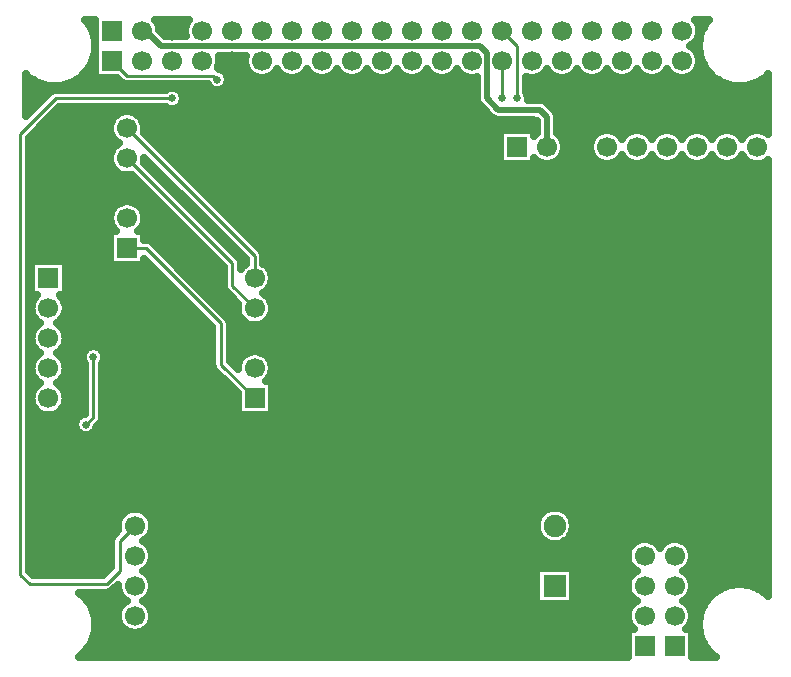
<source format=gbl>
G04 DipTrace 3.0.0.1*
G04 pwm-controller.GBL*
%MOIN*%
G04 #@! TF.FileFunction,Copper,L2,Bot*
G04 #@! TF.Part,Single*
G04 #@! TA.AperFunction,Conductor*
%ADD14C,0.02*%
G04 #@! TA.AperFunction,CopperBalancing*
%ADD15C,0.025*%
G04 #@! TA.AperFunction,Conductor*
%ADD16C,0.01*%
G04 #@! TA.AperFunction,ComponentPad*
%ADD19R,0.066929X0.066929*%
%ADD20C,0.066929*%
%ADD27R,0.074803X0.074803*%
%ADD28C,0.074803*%
%FSLAX26Y26*%
G04*
G70*
G90*
G75*
G01*
G04 Bottom*
%LPD*%
X823228Y2510630D2*
D14*
X835728D1*
X885728Y2460630D1*
X1948228D1*
X1973228Y2435630D1*
Y2285630D1*
X2010728Y2248130D1*
X2148228D1*
X2173228Y2223130D1*
Y2123130D1*
X799228Y860630D2*
D16*
Y847129D1*
X791978Y854379D1*
X748228Y810630D1*
Y710629D1*
X704479Y666879D1*
X448228D1*
X416978Y698130D1*
Y2166879D1*
X535728Y2285630D1*
X923228D1*
X810728Y1523130D2*
X823228D1*
X2010728Y973130D2*
D14*
X2035728D1*
X1860728Y748130D2*
X1835728D1*
X1673228D2*
D16*
X1660728D1*
X1823228Y973130D2*
Y948130D1*
X448228Y760630D2*
X479478D1*
X448228Y885630D2*
Y923130D1*
X560728Y960630D2*
Y941881D1*
Y723130D2*
Y710630D1*
X566978Y704381D1*
X1060728Y1160630D2*
X1085728D1*
X835728Y1110630D2*
X829478Y1104381D1*
X835728Y1098130D1*
X985924Y1535630D2*
X1010728D1*
X1935730Y2060630D2*
X1929479Y2054379D1*
X773228Y2185630D2*
X1198228Y1760630D1*
Y1685630D1*
X2073228Y2285630D2*
Y2460630D1*
X2023228Y2510630D1*
X773228Y2085630D2*
X1123228Y1735630D1*
Y1660630D1*
X1198228Y1585630D1*
X2023228Y2285630D2*
Y2410630D1*
X635728Y1198130D2*
X660728Y1223130D1*
Y1423130D1*
X773228Y1785630D2*
X835728D1*
X1085728Y1535630D1*
Y1398130D1*
X1198228Y1285630D1*
X723228Y2410630D2*
X773228Y2360630D1*
X1060728D1*
X1073228Y2348130D1*
D15*
X923228Y2285630D3*
X810728Y1523130D3*
X2010728Y973130D3*
X1860728Y748130D3*
X1673228D3*
X1823228Y973130D3*
X448228Y760630D3*
Y923130D3*
X560728Y960630D3*
Y723130D3*
X1060728Y1160630D3*
X835728Y1110630D3*
X985924Y1535630D3*
X1935730Y2060630D3*
X2073228Y2285630D3*
X2023228D3*
X635728Y1198130D3*
X660728Y1423130D3*
X1073228Y2348130D3*
X653243Y2523261D2*
X663745D1*
X881270D2*
X965186D1*
X2681270D2*
X2693259D1*
X897823Y2498392D2*
X965089D1*
X2668966Y2473524D2*
X2678375D1*
X2668135Y2448655D2*
X2678323D1*
X1081173Y2423786D2*
X1165283D1*
X653682Y2398917D2*
X663797D1*
X1081466D2*
X1164991D1*
X2681466D2*
X2692756D1*
X637178Y2374049D2*
X663770D1*
X1100703D2*
X1177051D1*
X1269406D2*
X1277089D1*
X1369406D2*
X1377089D1*
X1469406D2*
X1477089D1*
X1569406D2*
X1577089D1*
X1669406D2*
X1677089D1*
X1769406D2*
X1777089D1*
X1869406D2*
X1877089D1*
X2169406D2*
X2177089D1*
X2269406D2*
X2277089D1*
X2369406D2*
X2377089D1*
X2469406D2*
X2477089D1*
X2569406D2*
X2577089D1*
X2669406D2*
X2709278D1*
X438253Y2349180D2*
X453399D1*
X609591D2*
X741895D1*
X1111690D2*
X1937207D1*
X2104219D2*
X2736866D1*
X2893087D2*
X2908189D1*
X438253Y2324311D2*
X1043751D1*
X1102706D2*
X1937207D1*
X2104219D2*
X2908203D1*
X438253Y2299442D2*
X506739D1*
X958955D2*
X1937207D1*
X2108955D2*
X2908203D1*
X438253Y2274573D2*
X481886D1*
X959982D2*
X1939112D1*
X2171310D2*
X2908203D1*
X438253Y2249705D2*
X457009D1*
X542598D2*
X918409D1*
X928070D2*
X1959278D1*
X2196554D2*
X2908203D1*
X517745Y2224836D2*
X729395D1*
X817062D2*
X1984131D1*
X2209199D2*
X2908203D1*
X492891Y2199967D2*
X715577D1*
X830879D2*
X2137207D1*
X2209249D2*
X2908203D1*
X467990Y2175098D2*
X714747D1*
X831710D2*
X2013770D1*
X2209249D2*
X2347413D1*
X2399043D2*
X2447413D1*
X2499043D2*
X2547413D1*
X2599043D2*
X2647413D1*
X2699043D2*
X2747413D1*
X2799043D2*
X2847413D1*
X2899043D2*
X2908201D1*
X447970Y2150230D2*
X726075D1*
X851437D2*
X2013770D1*
X2225850D2*
X2320606D1*
X447970Y2125361D2*
X729883D1*
X876290D2*
X2013770D1*
X2232638D2*
X2313819D1*
X447970Y2100492D2*
X715723D1*
X901192D2*
X2013770D1*
X2227999D2*
X2318458D1*
X447970Y2075623D2*
X714650D1*
X831807D2*
X840444D1*
X926046D2*
X2013770D1*
X2207150D2*
X2339307D1*
X2407150D2*
X2439307D1*
X2507150D2*
X2539307D1*
X2607150D2*
X2639307D1*
X2707150D2*
X2739307D1*
X2807150D2*
X2839307D1*
X447970Y2050755D2*
X725685D1*
X850899D2*
X865345D1*
X950899D2*
X2908203D1*
X447970Y2025886D2*
X790186D1*
X875802D2*
X890130D1*
X975802D2*
X2908203D1*
X447970Y2001017D2*
X815039D1*
X900655D2*
X915039D1*
X1000655D2*
X2908203D1*
X447970Y1976148D2*
X839894D1*
X925509D2*
X939894D1*
X1025509D2*
X2908203D1*
X447970Y1951280D2*
X864795D1*
X950362D2*
X964795D1*
X1050362D2*
X2908203D1*
X447970Y1926411D2*
X730958D1*
X815499D2*
X889650D1*
X975265D2*
X989650D1*
X1075265D2*
X2908203D1*
X447970Y1901542D2*
X716017D1*
X830440D2*
X914503D1*
X1000118D2*
X1014503D1*
X1100118D2*
X2908203D1*
X447970Y1876673D2*
X714454D1*
X832003D2*
X939356D1*
X1024971D2*
X1039356D1*
X1124971D2*
X2908203D1*
X447970Y1851804D2*
X724903D1*
X821554D2*
X964259D1*
X1049874D2*
X1064259D1*
X1149874D2*
X2908203D1*
X447970Y1826936D2*
X713770D1*
X832686D2*
X989112D1*
X1074727D2*
X1089112D1*
X1174727D2*
X2908203D1*
X447970Y1802067D2*
X713770D1*
X862081D2*
X1013966D1*
X1099581D2*
X1113966D1*
X1199581D2*
X2908203D1*
X447970Y1777198D2*
X713770D1*
X886983D2*
X1038867D1*
X1124483D2*
X1138867D1*
X1223898D2*
X2908203D1*
X447970Y1752329D2*
X713770D1*
X911837D2*
X1063722D1*
X1148799D2*
X1163722D1*
X1229219D2*
X2908203D1*
X570186Y1727461D2*
X851075D1*
X936690D2*
X1088575D1*
X1239375D2*
X2908203D1*
X570186Y1702592D2*
X875978D1*
X961593D2*
X1092238D1*
X1255098D2*
X2908203D1*
X570186Y1677723D2*
X900831D1*
X986446D2*
X1092238D1*
X1257150D2*
X2908203D1*
X570186Y1652854D2*
X925685D1*
X1011299D2*
X1093311D1*
X1247335D2*
X2908203D1*
X447970Y1627986D2*
X470118D1*
X551339D2*
X950587D1*
X1036202D2*
X1113087D1*
X1238839D2*
X2908203D1*
X567451Y1603117D2*
X975440D1*
X1061055D2*
X1137940D1*
X1254951D2*
X2908203D1*
X569698Y1578248D2*
X1000294D1*
X1085909D2*
X1139259D1*
X1257198D2*
X2908203D1*
X447970Y1553379D2*
X461280D1*
X560177D2*
X1025196D1*
X1110518D2*
X1148780D1*
X1247677D2*
X2908203D1*
X447970Y1528511D2*
X470753D1*
X550703D2*
X1050050D1*
X1116719D2*
X2908203D1*
X567257Y1503642D2*
X1054738D1*
X1116719D2*
X2908203D1*
X569795Y1478773D2*
X1054738D1*
X1116719D2*
X2908203D1*
X447970Y1453904D2*
X460938D1*
X560518D2*
X639551D1*
X681906D2*
X1054738D1*
X1116719D2*
X2908203D1*
X447970Y1429035D2*
X471339D1*
X550118D2*
X622706D1*
X698751D2*
X1054738D1*
X1116719D2*
X1158839D1*
X1237618D2*
X2908203D1*
X567110Y1404167D2*
X627638D1*
X693819D2*
X1054738D1*
X1122482D2*
X1141846D1*
X1254610D2*
X2908203D1*
X569845Y1379298D2*
X629738D1*
X691719D2*
X1061818D1*
X1257345D2*
X2908203D1*
X447970Y1354429D2*
X460547D1*
X560909D2*
X629738D1*
X691719D2*
X1086622D1*
X1248409D2*
X2908203D1*
X447970Y1329560D2*
X471974D1*
X549483D2*
X629738D1*
X691719D2*
X1111475D1*
X1257686D2*
X2908203D1*
X566915Y1304692D2*
X629738D1*
X691719D2*
X1136378D1*
X1257686D2*
X2908203D1*
X569894Y1279823D2*
X629738D1*
X691719D2*
X1138770D1*
X1257686D2*
X2908203D1*
X447970Y1254954D2*
X460206D1*
X561251D2*
X629738D1*
X691719D2*
X1138770D1*
X1257686D2*
X2908203D1*
X447970Y1230085D2*
X495606D1*
X525850D2*
X616651D1*
X691719D2*
X1138770D1*
X1257686D2*
X2908203D1*
X447970Y1205217D2*
X597950D1*
X685371D2*
X2908203D1*
X447970Y1180348D2*
X601906D1*
X669551D2*
X2908203D1*
X447970Y1155479D2*
X2908203D1*
X447970Y1130610D2*
X2908203D1*
X447970Y1105741D2*
X2908203D1*
X447970Y1080873D2*
X2908203D1*
X447970Y1056004D2*
X2908203D1*
X447970Y1031135D2*
X2908203D1*
X447970Y1006266D2*
X2908203D1*
X447970Y981398D2*
X2908203D1*
X447970Y956529D2*
X2908203D1*
X447970Y931660D2*
X2908203D1*
X447970Y906791D2*
X763331D1*
X835127D2*
X2156007D1*
X2240450D2*
X2908203D1*
X447970Y881923D2*
X743898D1*
X854562D2*
X2138673D1*
X2257783D2*
X2908203D1*
X447970Y857054D2*
X739894D1*
X858566D2*
X2134913D1*
X2261543D2*
X2908203D1*
X447970Y832185D2*
X727003D1*
X851094D2*
X2141895D1*
X2254562D2*
X2908203D1*
X447970Y807316D2*
X717238D1*
X834346D2*
X2166310D1*
X2230147D2*
X2463087D1*
X2533370D2*
X2563087D1*
X2633370D2*
X2908203D1*
X447970Y782448D2*
X717238D1*
X854366D2*
X2443115D1*
X2653341D2*
X2908203D1*
X447970Y757579D2*
X717238D1*
X858614D2*
X2438867D1*
X2657589D2*
X2908203D1*
X447970Y732710D2*
X717238D1*
X851387D2*
X2446094D1*
X2650362D2*
X2908203D1*
X450070Y707841D2*
X702638D1*
X833614D2*
X2134815D1*
X2261642D2*
X2463867D1*
X2632589D2*
X2908203D1*
X854122Y682972D2*
X2134815D1*
X2261642D2*
X2443311D1*
X2653146D2*
X2908203D1*
X858614Y658104D2*
X2134815D1*
X2261642D2*
X2438819D1*
X2657638D2*
X2766554D1*
X2863399D2*
X2908203D1*
X622238Y633235D2*
X746778D1*
X851681D2*
X2134815D1*
X2261642D2*
X2445802D1*
X2650655D2*
X2724219D1*
X644601Y608366D2*
X765626D1*
X832833D2*
X2134815D1*
X2261642D2*
X2464650D1*
X2631807D2*
X2701856D1*
X658223Y583497D2*
X744532D1*
X853878D2*
X2443555D1*
X2652902D2*
X2688234D1*
X665890Y558629D2*
X739795D1*
X858663D2*
X2438819D1*
X2657638D2*
X2680567D1*
X668673Y533760D2*
X746486D1*
X851974D2*
X2445509D1*
X2650948D2*
X2677783D1*
X666769Y508891D2*
X772902D1*
X825558D2*
X2438770D1*
X2657686D2*
X2679688D1*
X660030Y484022D2*
X2438770D1*
X2657686D2*
X2686427D1*
X647579Y459154D2*
X2438770D1*
X2657686D2*
X2698878D1*
X627218Y434285D2*
X2438770D1*
X2657686D2*
X2719239D1*
X466264Y1742594D2*
X567693D1*
Y1628665D1*
X548016D1*
X554045Y1622626D1*
X559299Y1615394D1*
X563357Y1607429D1*
X566119Y1598928D1*
X567517Y1590100D1*
Y1581160D1*
X566119Y1572332D1*
X563357Y1563831D1*
X559299Y1555866D1*
X554045Y1548634D1*
X547724Y1542314D1*
X540492Y1537059D1*
X537976Y1535651D1*
X544211Y1531715D1*
X551008Y1525909D1*
X556814Y1519113D1*
X561484Y1511491D1*
X564906Y1503234D1*
X566992Y1494541D1*
X567693Y1485630D1*
X566992Y1476719D1*
X564906Y1468026D1*
X561484Y1459769D1*
X556814Y1452147D1*
X551008Y1445350D1*
X544211Y1439545D1*
X537976Y1435651D1*
X544211Y1431715D1*
X551008Y1425909D1*
X556814Y1419113D1*
X561484Y1411491D1*
X564906Y1403234D1*
X566992Y1394541D1*
X567693Y1385630D1*
X566992Y1376719D1*
X564906Y1368026D1*
X561484Y1359769D1*
X556814Y1352147D1*
X551008Y1345350D1*
X544211Y1339545D1*
X537976Y1335651D1*
X544211Y1331715D1*
X551008Y1325909D1*
X556814Y1319113D1*
X561484Y1311491D1*
X564906Y1303234D1*
X566992Y1294541D1*
X567693Y1285630D1*
X566992Y1276719D1*
X564906Y1268026D1*
X561484Y1259769D1*
X556814Y1252147D1*
X551008Y1245350D1*
X544211Y1239545D1*
X536589Y1234874D1*
X528332Y1231453D1*
X519639Y1229366D1*
X510728Y1228665D1*
X501818Y1229366D1*
X493125Y1231453D1*
X484867Y1234874D1*
X477245Y1239545D1*
X470449Y1245350D1*
X464643Y1252147D1*
X459972Y1259769D1*
X456551Y1268026D1*
X454465Y1276719D1*
X453764Y1285630D1*
X454465Y1294541D1*
X456551Y1303234D1*
X459972Y1311491D1*
X464643Y1319113D1*
X470449Y1325909D1*
X477245Y1331715D1*
X483480Y1335609D1*
X477245Y1339545D1*
X470449Y1345350D1*
X464643Y1352147D1*
X459972Y1359769D1*
X456551Y1368026D1*
X454465Y1376719D1*
X453764Y1385630D1*
X454465Y1394541D1*
X456551Y1403234D1*
X459972Y1411491D1*
X464643Y1419113D1*
X470449Y1425909D1*
X477245Y1431715D1*
X483480Y1435609D1*
X477245Y1439545D1*
X470449Y1445350D1*
X464643Y1452147D1*
X459972Y1459769D1*
X456551Y1468026D1*
X454465Y1476719D1*
X453764Y1485630D1*
X454465Y1494541D1*
X456551Y1503234D1*
X459972Y1511491D1*
X464643Y1519113D1*
X470449Y1525909D1*
X477245Y1531715D1*
X483480Y1535609D1*
X477245Y1539545D1*
X470449Y1545350D1*
X464643Y1552147D1*
X459972Y1559769D1*
X456551Y1568026D1*
X454465Y1576719D1*
X453764Y1585630D1*
X454465Y1594541D1*
X456551Y1603234D1*
X459972Y1611491D1*
X464643Y1619113D1*
X470449Y1625909D1*
X473438Y1628673D1*
X453764Y1628665D1*
Y1742594D1*
X466264D1*
X856017Y556160D2*
X854619Y547332D1*
X851857Y538831D1*
X847799Y530866D1*
X842545Y523634D1*
X836224Y517314D1*
X828992Y512059D1*
X821028Y508001D1*
X812526Y505239D1*
X803698Y503841D1*
X794759D1*
X785930Y505239D1*
X777429Y508001D1*
X769465Y512059D1*
X762232Y517314D1*
X755912Y523634D1*
X750657Y530866D1*
X746600Y538831D1*
X743837Y547332D1*
X742440Y556160D1*
Y565100D1*
X743837Y573928D1*
X746600Y582429D1*
X750657Y590394D1*
X755912Y597626D1*
X762232Y603946D1*
X769465Y609201D1*
X771980Y610609D1*
X765745Y614545D1*
X758949Y620350D1*
X753143Y627147D1*
X748472Y634769D1*
X745051Y643026D1*
X742965Y651719D1*
X742264Y660630D1*
X742417Y664524D1*
X722988Y645207D1*
X717417Y641486D1*
X711133Y639167D1*
X704479Y638379D1*
X613415D1*
X626728Y626728D1*
X633907Y618963D1*
X640453Y610657D1*
X646328Y601865D1*
X651496Y592639D1*
X655923Y583035D1*
X659583Y573114D1*
X662453Y562936D1*
X664517Y552564D1*
X665760Y542063D1*
X666175Y531496D1*
X665760Y520929D1*
X664517Y510428D1*
X662453Y500056D1*
X659583Y489878D1*
X655923Y479957D1*
X651496Y470353D1*
X646328Y461127D1*
X640453Y452335D1*
X633907Y444029D1*
X626728Y436264D1*
X618963Y429085D1*
X611404Y423127D1*
X2441245Y423130D1*
X2441264Y517594D1*
X2460942D1*
X2454912Y523634D1*
X2449657Y530866D1*
X2445600Y538831D1*
X2442837Y547332D1*
X2441440Y556160D1*
Y565100D1*
X2442837Y573928D1*
X2445600Y582429D1*
X2449657Y590394D1*
X2454912Y597626D1*
X2461232Y603946D1*
X2468465Y609201D1*
X2470980Y610609D1*
X2464745Y614545D1*
X2457949Y620350D1*
X2452143Y627147D1*
X2447472Y634769D1*
X2444051Y643026D1*
X2441965Y651719D1*
X2441264Y660630D1*
X2441965Y669541D1*
X2444051Y678234D1*
X2447472Y686491D1*
X2452143Y694113D1*
X2457949Y700909D1*
X2464745Y706715D1*
X2470980Y710609D1*
X2464745Y714545D1*
X2457949Y720350D1*
X2452143Y727147D1*
X2447472Y734769D1*
X2444051Y743026D1*
X2441965Y751719D1*
X2441264Y760630D1*
X2441965Y769541D1*
X2444051Y778234D1*
X2447472Y786491D1*
X2452143Y794113D1*
X2457949Y800909D1*
X2464745Y806715D1*
X2472367Y811386D1*
X2480625Y814807D1*
X2489318Y816894D1*
X2498228Y817594D1*
X2507139Y816894D1*
X2515832Y814807D1*
X2524089Y811386D1*
X2531711Y806715D1*
X2538508Y800909D1*
X2544314Y794113D1*
X2548207Y787878D1*
X2552143Y794113D1*
X2557949Y800909D1*
X2564745Y806715D1*
X2572367Y811386D1*
X2580625Y814807D1*
X2589318Y816894D1*
X2598228Y817594D1*
X2607139Y816894D1*
X2615832Y814807D1*
X2624089Y811386D1*
X2631711Y806715D1*
X2638508Y800909D1*
X2644314Y794113D1*
X2648984Y786491D1*
X2652406Y778234D1*
X2654492Y769541D1*
X2655193Y760630D1*
X2654492Y751719D1*
X2652406Y743026D1*
X2648984Y734769D1*
X2644314Y727147D1*
X2638508Y720350D1*
X2631711Y714545D1*
X2625476Y710651D1*
X2631711Y706715D1*
X2638508Y700909D1*
X2644314Y694113D1*
X2648984Y686491D1*
X2652406Y678234D1*
X2654492Y669541D1*
X2655193Y660630D1*
X2654492Y651719D1*
X2652406Y643026D1*
X2648984Y634769D1*
X2644314Y627147D1*
X2638508Y620350D1*
X2631711Y614545D1*
X2625476Y610651D1*
X2631711Y606715D1*
X2638508Y600909D1*
X2644314Y594113D1*
X2648984Y586491D1*
X2652406Y578234D1*
X2654492Y569541D1*
X2655193Y560630D1*
X2654492Y551719D1*
X2652406Y543026D1*
X2648984Y534769D1*
X2644314Y527147D1*
X2638508Y520350D1*
X2635518Y517587D1*
X2655193Y517594D1*
Y423112D1*
X2734996Y423130D1*
X2727493Y429085D1*
X2719728Y436264D1*
X2712550Y444029D1*
X2706004Y452335D1*
X2700129Y461127D1*
X2694961Y470353D1*
X2690534Y479957D1*
X2686874Y489878D1*
X2684004Y500056D1*
X2681940Y510428D1*
X2680697Y520929D1*
X2680282Y531496D1*
X2680697Y542063D1*
X2681940Y552564D1*
X2684004Y562936D1*
X2686874Y573114D1*
X2690534Y583035D1*
X2694961Y592639D1*
X2700129Y601865D1*
X2706004Y610657D1*
X2712550Y618963D1*
X2719728Y626728D1*
X2727493Y633907D1*
X2735799Y640453D1*
X2744592Y646328D1*
X2753818Y651496D1*
X2763421Y655923D1*
X2773343Y659583D1*
X2783521Y662453D1*
X2793892Y664517D1*
X2804394Y665760D1*
X2814961Y666175D1*
X2825528Y665760D1*
X2836029Y664517D1*
X2846400Y662453D1*
X2856579Y659583D1*
X2866500Y655923D1*
X2876104Y651496D1*
X2885329Y646328D1*
X2894122Y640453D1*
X2902428Y633907D1*
X2910726Y626152D1*
X2910728Y2080210D1*
X2902992Y2074559D1*
X2895028Y2070501D1*
X2886526Y2067739D1*
X2877698Y2066341D1*
X2868759D1*
X2859930Y2067739D1*
X2851429Y2070501D1*
X2843465Y2074559D1*
X2836232Y2079814D1*
X2829912Y2086134D1*
X2824657Y2093366D1*
X2823249Y2095882D1*
X2819314Y2089647D1*
X2813508Y2082850D1*
X2806711Y2077045D1*
X2799089Y2072374D1*
X2790832Y2068953D1*
X2782139Y2066866D1*
X2773228Y2066165D1*
X2764318Y2066866D1*
X2755625Y2068953D1*
X2747367Y2072374D1*
X2739745Y2077045D1*
X2732949Y2082850D1*
X2727143Y2089647D1*
X2723249Y2095882D1*
X2719314Y2089647D1*
X2713508Y2082850D1*
X2706711Y2077045D1*
X2699089Y2072374D1*
X2690832Y2068953D1*
X2682139Y2066866D1*
X2673228Y2066165D1*
X2664318Y2066866D1*
X2655625Y2068953D1*
X2647367Y2072374D1*
X2639745Y2077045D1*
X2632949Y2082850D1*
X2627143Y2089647D1*
X2623249Y2095882D1*
X2619314Y2089647D1*
X2613508Y2082850D1*
X2606711Y2077045D1*
X2599089Y2072374D1*
X2590832Y2068953D1*
X2582139Y2066866D1*
X2573228Y2066165D1*
X2564318Y2066866D1*
X2555625Y2068953D1*
X2547367Y2072374D1*
X2539745Y2077045D1*
X2532949Y2082850D1*
X2527143Y2089647D1*
X2523249Y2095882D1*
X2519314Y2089647D1*
X2513508Y2082850D1*
X2506711Y2077045D1*
X2499089Y2072374D1*
X2490832Y2068953D1*
X2482139Y2066866D1*
X2473228Y2066165D1*
X2464318Y2066866D1*
X2455625Y2068953D1*
X2447367Y2072374D1*
X2439745Y2077045D1*
X2432949Y2082850D1*
X2427143Y2089647D1*
X2423249Y2095882D1*
X2419314Y2089647D1*
X2413508Y2082850D1*
X2406711Y2077045D1*
X2399089Y2072374D1*
X2390832Y2068953D1*
X2382139Y2066866D1*
X2373228Y2066165D1*
X2364318Y2066866D1*
X2355625Y2068953D1*
X2347367Y2072374D1*
X2339745Y2077045D1*
X2332949Y2082850D1*
X2327143Y2089647D1*
X2322472Y2097269D1*
X2319051Y2105526D1*
X2316965Y2114219D1*
X2316264Y2123130D1*
X2316965Y2132041D1*
X2319051Y2140734D1*
X2322472Y2148991D1*
X2327143Y2156613D1*
X2332949Y2163409D1*
X2339745Y2169215D1*
X2347367Y2173886D1*
X2355625Y2177307D1*
X2364318Y2179394D1*
X2373228Y2180094D1*
X2382139Y2179394D1*
X2390832Y2177307D1*
X2399089Y2173886D1*
X2406711Y2169215D1*
X2413508Y2163409D1*
X2419314Y2156613D1*
X2423207Y2150378D1*
X2427143Y2156613D1*
X2432949Y2163409D1*
X2439745Y2169215D1*
X2447367Y2173886D1*
X2455625Y2177307D1*
X2464318Y2179394D1*
X2473228Y2180094D1*
X2482139Y2179394D1*
X2490832Y2177307D1*
X2499089Y2173886D1*
X2506711Y2169215D1*
X2513508Y2163409D1*
X2519314Y2156613D1*
X2523207Y2150378D1*
X2527143Y2156613D1*
X2532949Y2163409D1*
X2539745Y2169215D1*
X2547367Y2173886D1*
X2555625Y2177307D1*
X2564318Y2179394D1*
X2573228Y2180094D1*
X2582139Y2179394D1*
X2590832Y2177307D1*
X2599089Y2173886D1*
X2606711Y2169215D1*
X2613508Y2163409D1*
X2619314Y2156613D1*
X2623207Y2150378D1*
X2627143Y2156613D1*
X2632949Y2163409D1*
X2639745Y2169215D1*
X2647367Y2173886D1*
X2655625Y2177307D1*
X2664318Y2179394D1*
X2673228Y2180094D1*
X2682139Y2179394D1*
X2690832Y2177307D1*
X2699089Y2173886D1*
X2706711Y2169215D1*
X2713508Y2163409D1*
X2719314Y2156613D1*
X2723207Y2150378D1*
X2727143Y2156613D1*
X2732949Y2163409D1*
X2739745Y2169215D1*
X2747367Y2173886D1*
X2755625Y2177307D1*
X2764318Y2179394D1*
X2773228Y2180094D1*
X2782139Y2179394D1*
X2790832Y2177307D1*
X2799089Y2173886D1*
X2806711Y2169215D1*
X2813508Y2163409D1*
X2819314Y2156613D1*
X2823207Y2150378D1*
X2827143Y2156613D1*
X2832949Y2163409D1*
X2839745Y2169215D1*
X2847367Y2173886D1*
X2855625Y2177307D1*
X2864318Y2179394D1*
X2873228Y2180094D1*
X2882139Y2179394D1*
X2890832Y2177307D1*
X2899089Y2173886D1*
X2906711Y2169215D1*
X2910724Y2165983D1*
X2910728Y2365953D1*
X2902428Y2358219D1*
X2894122Y2351673D1*
X2885329Y2345798D1*
X2876104Y2340630D1*
X2866500Y2336203D1*
X2856579Y2332543D1*
X2846400Y2329673D1*
X2836029Y2327609D1*
X2825528Y2326366D1*
X2814961Y2325951D1*
X2804394Y2326366D1*
X2793892Y2327609D1*
X2783521Y2329673D1*
X2773343Y2332543D1*
X2763421Y2336203D1*
X2753818Y2340630D1*
X2744592Y2345798D1*
X2735799Y2351673D1*
X2727493Y2358219D1*
X2719728Y2365398D1*
X2712550Y2373163D1*
X2706004Y2381469D1*
X2700129Y2390261D1*
X2694961Y2399487D1*
X2690534Y2409091D1*
X2686874Y2419012D1*
X2684004Y2429190D1*
X2681940Y2439562D1*
X2680697Y2450063D1*
X2680282Y2460630D1*
X2680697Y2471197D1*
X2681940Y2481698D1*
X2684004Y2492070D1*
X2686874Y2502248D1*
X2690534Y2512169D1*
X2694961Y2521773D1*
X2700129Y2530999D1*
X2706004Y2539791D1*
X2712579Y2548127D1*
X2666148Y2548130D1*
X2671799Y2540394D1*
X2675857Y2532429D1*
X2678619Y2523928D1*
X2680017Y2515100D1*
Y2506160D1*
X2678619Y2497332D1*
X2675857Y2488831D1*
X2671799Y2480866D1*
X2666545Y2473634D1*
X2660224Y2467314D1*
X2652992Y2462059D1*
X2650476Y2460651D1*
X2656711Y2456715D1*
X2663508Y2450909D1*
X2669314Y2444113D1*
X2673984Y2436491D1*
X2677406Y2428234D1*
X2679492Y2419541D1*
X2680193Y2410630D1*
X2679492Y2401719D1*
X2677406Y2393026D1*
X2673984Y2384769D1*
X2669314Y2377147D1*
X2663508Y2370350D1*
X2656711Y2364545D1*
X2649089Y2359874D1*
X2640832Y2356453D1*
X2632139Y2354366D1*
X2623228Y2353665D1*
X2614318Y2354366D1*
X2605625Y2356453D1*
X2597367Y2359874D1*
X2589745Y2364545D1*
X2582949Y2370350D1*
X2577143Y2377147D1*
X2573249Y2383382D1*
X2569314Y2377147D1*
X2563508Y2370350D1*
X2556711Y2364545D1*
X2549089Y2359874D1*
X2540832Y2356453D1*
X2532139Y2354366D1*
X2523228Y2353665D1*
X2514318Y2354366D1*
X2505625Y2356453D1*
X2497367Y2359874D1*
X2489745Y2364545D1*
X2482949Y2370350D1*
X2477143Y2377147D1*
X2473249Y2383382D1*
X2469314Y2377147D1*
X2463508Y2370350D1*
X2456711Y2364545D1*
X2449089Y2359874D1*
X2440832Y2356453D1*
X2432139Y2354366D1*
X2423228Y2353665D1*
X2414318Y2354366D1*
X2405625Y2356453D1*
X2397367Y2359874D1*
X2389745Y2364545D1*
X2382949Y2370350D1*
X2377143Y2377147D1*
X2373249Y2383382D1*
X2369314Y2377147D1*
X2363508Y2370350D1*
X2356711Y2364545D1*
X2349089Y2359874D1*
X2340832Y2356453D1*
X2332139Y2354366D1*
X2323228Y2353665D1*
X2314318Y2354366D1*
X2305625Y2356453D1*
X2297367Y2359874D1*
X2289745Y2364545D1*
X2282949Y2370350D1*
X2277143Y2377147D1*
X2273249Y2383382D1*
X2269314Y2377147D1*
X2263508Y2370350D1*
X2256711Y2364545D1*
X2249089Y2359874D1*
X2240832Y2356453D1*
X2232139Y2354366D1*
X2223228Y2353665D1*
X2214318Y2354366D1*
X2205625Y2356453D1*
X2197367Y2359874D1*
X2189745Y2364545D1*
X2182949Y2370350D1*
X2177143Y2377147D1*
X2173249Y2383382D1*
X2169314Y2377147D1*
X2163508Y2370350D1*
X2156711Y2364545D1*
X2149089Y2359874D1*
X2140832Y2356453D1*
X2132139Y2354366D1*
X2123228Y2353665D1*
X2114318Y2354366D1*
X2105625Y2356453D1*
X2101740Y2357887D1*
X2101728Y2307651D1*
X2105304Y2301974D1*
X2107466Y2296755D1*
X2108785Y2291261D1*
X2109228Y2285630D1*
X2108979Y2281633D1*
X2150857Y2281526D1*
X2158580Y2279991D1*
X2165732Y2276693D1*
X2171924Y2271811D1*
X2198702Y2244887D1*
X2203077Y2238339D1*
X2205803Y2230950D1*
X2206728Y2223119D1*
Y2169175D1*
X2213508Y2163409D1*
X2219314Y2156613D1*
X2223984Y2148991D1*
X2227406Y2140734D1*
X2229492Y2132041D1*
X2230193Y2123130D1*
X2229492Y2114219D1*
X2227406Y2105526D1*
X2223984Y2097269D1*
X2219314Y2089647D1*
X2213508Y2082850D1*
X2206711Y2077045D1*
X2199089Y2072374D1*
X2190832Y2068953D1*
X2182139Y2066866D1*
X2173228Y2066165D1*
X2164318Y2066866D1*
X2155625Y2068953D1*
X2147367Y2072374D1*
X2139745Y2077045D1*
X2132949Y2082850D1*
X2130185Y2085840D1*
X2130193Y2066165D1*
X2016264D1*
Y2180094D1*
X2130193D1*
Y2160417D1*
X2136232Y2166446D1*
X2139732Y2169205D1*
X2139728Y2209214D1*
X2123228Y2214630D1*
X2008100Y2214734D1*
X2000377Y2216269D1*
X1993224Y2219567D1*
X1987033Y2224449D1*
X1947755Y2263873D1*
X1943379Y2270421D1*
X1940654Y2277810D1*
X1939728Y2285640D1*
Y2356089D1*
X1932139Y2354366D1*
X1923228Y2353665D1*
X1914318Y2354366D1*
X1905625Y2356453D1*
X1897367Y2359874D1*
X1889745Y2364545D1*
X1882949Y2370350D1*
X1877143Y2377147D1*
X1873249Y2383382D1*
X1869314Y2377147D1*
X1863508Y2370350D1*
X1856711Y2364545D1*
X1849089Y2359874D1*
X1840832Y2356453D1*
X1832139Y2354366D1*
X1823228Y2353665D1*
X1814318Y2354366D1*
X1805625Y2356453D1*
X1797367Y2359874D1*
X1789745Y2364545D1*
X1782949Y2370350D1*
X1777143Y2377147D1*
X1773249Y2383382D1*
X1769314Y2377147D1*
X1763508Y2370350D1*
X1756711Y2364545D1*
X1749089Y2359874D1*
X1740832Y2356453D1*
X1732139Y2354366D1*
X1723228Y2353665D1*
X1714318Y2354366D1*
X1705625Y2356453D1*
X1697367Y2359874D1*
X1689745Y2364545D1*
X1682949Y2370350D1*
X1677143Y2377147D1*
X1673249Y2383382D1*
X1669314Y2377147D1*
X1663508Y2370350D1*
X1656711Y2364545D1*
X1649089Y2359874D1*
X1640832Y2356453D1*
X1632139Y2354366D1*
X1623228Y2353665D1*
X1614318Y2354366D1*
X1605625Y2356453D1*
X1597367Y2359874D1*
X1589745Y2364545D1*
X1582949Y2370350D1*
X1577143Y2377147D1*
X1573249Y2383382D1*
X1569314Y2377147D1*
X1563508Y2370350D1*
X1556711Y2364545D1*
X1549089Y2359874D1*
X1540832Y2356453D1*
X1532139Y2354366D1*
X1523228Y2353665D1*
X1514318Y2354366D1*
X1505625Y2356453D1*
X1497367Y2359874D1*
X1489745Y2364545D1*
X1482949Y2370350D1*
X1477143Y2377147D1*
X1473249Y2383382D1*
X1469314Y2377147D1*
X1463508Y2370350D1*
X1456711Y2364545D1*
X1449089Y2359874D1*
X1440832Y2356453D1*
X1432139Y2354366D1*
X1423228Y2353665D1*
X1414318Y2354366D1*
X1405625Y2356453D1*
X1397367Y2359874D1*
X1389745Y2364545D1*
X1382949Y2370350D1*
X1377143Y2377147D1*
X1373249Y2383382D1*
X1369314Y2377147D1*
X1363508Y2370350D1*
X1356711Y2364545D1*
X1349089Y2359874D1*
X1340832Y2356453D1*
X1332139Y2354366D1*
X1323228Y2353665D1*
X1314318Y2354366D1*
X1305625Y2356453D1*
X1297367Y2359874D1*
X1289745Y2364545D1*
X1282949Y2370350D1*
X1277143Y2377147D1*
X1273249Y2383382D1*
X1269314Y2377147D1*
X1263508Y2370350D1*
X1256711Y2364545D1*
X1249089Y2359874D1*
X1240832Y2356453D1*
X1232139Y2354366D1*
X1223228Y2353665D1*
X1214318Y2354366D1*
X1205625Y2356453D1*
X1197367Y2359874D1*
X1189745Y2364545D1*
X1182949Y2370350D1*
X1177143Y2377147D1*
X1172472Y2384769D1*
X1169051Y2393026D1*
X1166965Y2401719D1*
X1166264Y2410630D1*
X1166965Y2419541D1*
X1168744Y2427140D1*
X1077769Y2427130D1*
X1079492Y2419541D1*
X1080193Y2410630D1*
X1079492Y2401719D1*
X1077406Y2393026D1*
X1074386Y2385642D1*
X1078860Y2383686D1*
X1084353Y2382367D1*
X1089572Y2380206D1*
X1094388Y2377255D1*
X1098684Y2373585D1*
X1102353Y2369290D1*
X1105304Y2364474D1*
X1107466Y2359255D1*
X1108785Y2353761D1*
X1109228Y2348130D1*
X1108785Y2342499D1*
X1107466Y2337005D1*
X1105304Y2331786D1*
X1102353Y2326970D1*
X1098684Y2322675D1*
X1094388Y2319005D1*
X1089572Y2316054D1*
X1084353Y2313892D1*
X1078860Y2312573D1*
X1073228Y2312130D1*
X1067597Y2312573D1*
X1062104Y2313892D1*
X1056885Y2316054D1*
X1052068Y2319005D1*
X1047773Y2322675D1*
X1044104Y2326970D1*
X1040991Y2332138D1*
X770992Y2332218D1*
X764421Y2333525D1*
X758337Y2336329D1*
X753076Y2340478D1*
X739921Y2353633D1*
X666264Y2353665D1*
X666312Y2467594D1*
X665760Y2471197D1*
X666175Y2460630D1*
X665760Y2450063D1*
X664517Y2439562D1*
X662453Y2429190D1*
X659583Y2419012D1*
X655923Y2409091D1*
X651496Y2399487D1*
X646328Y2390261D1*
X640453Y2381469D1*
X633907Y2373163D1*
X626728Y2365398D1*
X618963Y2358219D1*
X610657Y2351673D1*
X601865Y2345798D1*
X592639Y2340630D1*
X583035Y2336203D1*
X573114Y2332543D1*
X562936Y2329673D1*
X552564Y2327609D1*
X542063Y2326366D1*
X531496Y2325951D1*
X520929Y2326366D1*
X510428Y2327609D1*
X500056Y2329673D1*
X489878Y2332543D1*
X479957Y2336203D1*
X470353Y2340630D1*
X461127Y2345798D1*
X452335Y2351673D1*
X444029Y2358219D1*
X435731Y2365974D1*
X435728Y2225913D1*
X517219Y2307302D1*
X522790Y2311024D1*
X529075Y2313343D1*
X535728Y2314130D1*
X901207D1*
X906885Y2317706D1*
X912104Y2319867D1*
X917597Y2321186D1*
X923228Y2321630D1*
X928860Y2321186D1*
X934353Y2319867D1*
X939572Y2317706D1*
X944388Y2314755D1*
X948684Y2311085D1*
X952353Y2306790D1*
X955304Y2301974D1*
X957466Y2296755D1*
X958785Y2291261D1*
X959228Y2285630D1*
X958785Y2279999D1*
X957466Y2274505D1*
X955304Y2269286D1*
X952353Y2264470D1*
X948684Y2260175D1*
X944388Y2256505D1*
X939572Y2253554D1*
X934353Y2251392D1*
X928860Y2250073D1*
X923228Y2249630D1*
X917597Y2250073D1*
X912104Y2251392D1*
X906885Y2253554D1*
X901280Y2257127D1*
X547496Y2257130D1*
X445499Y2155096D1*
X445478Y709896D1*
X460021Y695391D1*
X692711Y695379D1*
X719715Y722420D1*
X719816Y812866D1*
X721123Y819437D1*
X723928Y825521D1*
X728076Y830782D1*
X743992Y846699D1*
X742440Y856160D1*
Y865100D1*
X743837Y873928D1*
X746600Y882429D1*
X750657Y890394D1*
X755912Y897626D1*
X762232Y903946D1*
X769465Y909201D1*
X777429Y913259D1*
X785930Y916021D1*
X794759Y917419D1*
X803698D1*
X812526Y916021D1*
X821028Y913259D1*
X828992Y909201D1*
X836224Y903946D1*
X842545Y897626D1*
X847799Y890394D1*
X851857Y882429D1*
X854619Y873928D1*
X856017Y865100D1*
Y856160D1*
X854619Y847332D1*
X851857Y838831D1*
X847799Y830866D1*
X842545Y823634D1*
X836224Y817314D1*
X828992Y812059D1*
X826476Y810651D1*
X832711Y806715D1*
X839508Y800909D1*
X845314Y794113D1*
X849984Y786491D1*
X853406Y778234D1*
X855492Y769541D1*
X856193Y760630D1*
X855492Y751719D1*
X853406Y743026D1*
X849984Y734769D1*
X845314Y727147D1*
X839508Y720350D1*
X832711Y714545D1*
X826476Y710651D1*
X832711Y706715D1*
X839508Y700909D1*
X845314Y694113D1*
X849984Y686491D1*
X853406Y678234D1*
X855492Y669541D1*
X856193Y660630D1*
X855492Y651719D1*
X853406Y643026D1*
X849984Y634769D1*
X845314Y627147D1*
X839508Y620350D1*
X832711Y614545D1*
X826476Y610651D1*
X832711Y606715D1*
X839508Y600909D1*
X845314Y594113D1*
X849984Y586491D1*
X853406Y578234D1*
X855492Y569541D1*
X856193Y560630D1*
X856017Y556160D1*
X728764Y1842594D2*
X735941D1*
X729912Y1848634D1*
X724657Y1855866D1*
X720600Y1863831D1*
X717837Y1872332D1*
X716440Y1881160D1*
Y1890100D1*
X717837Y1898928D1*
X720600Y1907429D1*
X724657Y1915394D1*
X729912Y1922626D1*
X736232Y1928946D1*
X743465Y1934201D1*
X751429Y1938259D1*
X759930Y1941021D1*
X768759Y1942419D1*
X777698D1*
X786526Y1941021D1*
X795028Y1938259D1*
X802992Y1934201D1*
X810224Y1928946D1*
X816545Y1922626D1*
X821799Y1915394D1*
X825857Y1907429D1*
X828619Y1898928D1*
X830017Y1890100D1*
Y1881160D1*
X828619Y1872332D1*
X825857Y1863831D1*
X821799Y1855866D1*
X816545Y1848634D1*
X810518Y1842587D1*
X830193Y1842594D1*
Y1814127D1*
X840186Y1813780D1*
X846635Y1811961D1*
X852480Y1808688D1*
X855881Y1805782D1*
X1107400Y1554139D1*
X1111122Y1548568D1*
X1113441Y1542283D1*
X1114228Y1535630D1*
Y1409898D1*
X1141340Y1382824D1*
X1141440Y1390100D1*
X1142837Y1398928D1*
X1145600Y1407429D1*
X1149657Y1415394D1*
X1154912Y1422626D1*
X1161232Y1428946D1*
X1168465Y1434201D1*
X1176429Y1438259D1*
X1184930Y1441021D1*
X1193759Y1442419D1*
X1202698D1*
X1211526Y1441021D1*
X1220028Y1438259D1*
X1227992Y1434201D1*
X1235224Y1428946D1*
X1241545Y1422626D1*
X1246799Y1415394D1*
X1250857Y1407429D1*
X1253619Y1398928D1*
X1255017Y1390100D1*
Y1381160D1*
X1253619Y1372332D1*
X1250857Y1363831D1*
X1246799Y1355866D1*
X1241545Y1348634D1*
X1235518Y1342587D1*
X1255193Y1342594D1*
Y1228665D1*
X1141264D1*
Y1302249D1*
X1064056Y1379621D1*
X1060335Y1385192D1*
X1058016Y1391476D1*
X1057228Y1398130D1*
Y1523862D1*
X830207Y1750845D1*
X830193Y1728665D1*
X716264D1*
Y1842594D1*
X728764D1*
X830017Y2081160D2*
X828619Y2072332D1*
X828226Y2070936D1*
X1144900Y1754139D1*
X1148622Y1748568D1*
X1150941Y1742283D1*
X1151728Y1735630D1*
Y1718491D1*
X1157949Y1725909D1*
X1164745Y1731715D1*
X1169730Y1734908D1*
X1169728Y1748862D1*
X830150Y2088403D1*
X830017Y2081160D1*
X787923Y2030633D2*
X782139Y2029366D1*
X773228Y2028665D1*
X764318Y2029366D1*
X755625Y2031453D1*
X747367Y2034874D1*
X739745Y2039545D1*
X732949Y2045350D1*
X727143Y2052147D1*
X722472Y2059769D1*
X719051Y2068026D1*
X716965Y2076719D1*
X716264Y2085630D1*
X716965Y2094541D1*
X719051Y2103234D1*
X722472Y2111491D1*
X727143Y2119113D1*
X732949Y2125909D1*
X739745Y2131715D1*
X745980Y2135609D1*
X739745Y2139545D1*
X732949Y2145350D1*
X727143Y2152147D1*
X722472Y2159769D1*
X719051Y2168026D1*
X716965Y2176719D1*
X716264Y2185630D1*
X716965Y2194541D1*
X719051Y2203234D1*
X722472Y2211491D1*
X727143Y2219113D1*
X732949Y2225909D1*
X739745Y2231715D1*
X747367Y2236386D1*
X755625Y2239807D1*
X764318Y2241894D1*
X773228Y2242594D1*
X782139Y2241894D1*
X790832Y2239807D1*
X799089Y2236386D1*
X806711Y2231715D1*
X813508Y2225909D1*
X819314Y2219113D1*
X823984Y2211491D1*
X827406Y2203234D1*
X829492Y2194541D1*
X830193Y2185630D1*
X829492Y2176719D1*
X828226Y2170936D1*
X1219900Y1779139D1*
X1223622Y1773568D1*
X1225941Y1767283D1*
X1226728Y1760630D1*
Y1734995D1*
X1235224Y1728946D1*
X1241545Y1722626D1*
X1246799Y1715394D1*
X1250857Y1707429D1*
X1253619Y1698928D1*
X1255017Y1690100D1*
Y1681160D1*
X1253619Y1672332D1*
X1250857Y1663831D1*
X1246799Y1655866D1*
X1241545Y1648634D1*
X1235224Y1642314D1*
X1227992Y1637059D1*
X1225476Y1635651D1*
X1231711Y1631715D1*
X1238508Y1625909D1*
X1244314Y1619113D1*
X1248984Y1611491D1*
X1252406Y1603234D1*
X1254492Y1594541D1*
X1255193Y1585630D1*
X1254492Y1576719D1*
X1252406Y1568026D1*
X1248984Y1559769D1*
X1244314Y1552147D1*
X1238508Y1545350D1*
X1231711Y1539545D1*
X1224089Y1534874D1*
X1215832Y1531453D1*
X1207139Y1529366D1*
X1198228Y1528665D1*
X1189318Y1529366D1*
X1180625Y1531453D1*
X1172367Y1534874D1*
X1164745Y1539545D1*
X1157949Y1545350D1*
X1152143Y1552147D1*
X1147472Y1559769D1*
X1144051Y1568026D1*
X1141965Y1576719D1*
X1141264Y1585630D1*
X1141965Y1594541D1*
X1143231Y1600324D1*
X1101556Y1642121D1*
X1097835Y1647692D1*
X1095516Y1653976D1*
X1094728Y1660630D1*
Y1723862D1*
X787950Y2030602D1*
X666264Y2467581D2*
Y2548148D1*
X633907Y2548097D1*
X640453Y2539791D1*
X646328Y2530999D1*
X651496Y2521773D1*
X655923Y2512169D1*
X659583Y2502248D1*
X662453Y2492070D1*
X664517Y2481698D1*
X665760Y2471197D1*
X866081Y2548126D2*
X871799Y2540394D1*
X875857Y2532429D1*
X878619Y2523928D1*
X880017Y2515100D1*
X880075Y2513650D1*
X899571Y2494164D1*
X968688Y2494130D1*
X966965Y2501719D1*
X966264Y2510630D1*
X966965Y2519541D1*
X969051Y2528234D1*
X972472Y2536491D1*
X977143Y2544113D1*
X980375Y2548126D1*
X866148Y2548130D1*
X2149827Y721531D2*
X2259130D1*
Y599728D1*
X2137327D1*
Y721531D1*
X2149827D1*
X2258942Y855852D2*
X2257448Y846413D1*
X2254493Y837324D1*
X2250155Y828808D1*
X2244538Y821077D1*
X2237781Y814320D1*
X2230050Y808703D1*
X2221534Y804365D1*
X2212445Y801411D1*
X2203007Y799916D1*
X2193450D1*
X2184012Y801411D1*
X2174923Y804365D1*
X2166407Y808703D1*
X2158676Y814320D1*
X2151919Y821077D1*
X2146302Y828808D1*
X2141963Y837324D1*
X2139009Y846413D1*
X2137514Y855852D1*
Y865408D1*
X2139009Y874846D1*
X2141963Y883936D1*
X2146302Y892451D1*
X2151919Y900182D1*
X2158676Y906940D1*
X2166407Y912556D1*
X2174923Y916895D1*
X2184012Y919849D1*
X2193450Y921344D1*
X2203007D1*
X2212445Y919849D1*
X2221534Y916895D1*
X2230050Y912556D1*
X2237781Y906940D1*
X2244538Y900182D1*
X2250155Y892451D1*
X2254493Y883936D1*
X2257448Y874846D1*
X2258942Y865408D1*
Y855852D1*
X672042Y1194139D2*
X671285Y1192499D1*
X669966Y1187005D1*
X667804Y1181786D1*
X664853Y1176970D1*
X661184Y1172675D1*
X656888Y1169005D1*
X652072Y1166054D1*
X646853Y1163892D1*
X641360Y1162573D1*
X635728Y1162130D1*
X630097Y1162573D1*
X624604Y1163892D1*
X619385Y1166054D1*
X614568Y1169005D1*
X610273Y1172675D1*
X606604Y1176970D1*
X603652Y1181786D1*
X601491Y1187005D1*
X600172Y1192499D1*
X599728Y1198130D1*
X600172Y1203761D1*
X601491Y1209255D1*
X603652Y1214474D1*
X606604Y1219290D1*
X610273Y1223585D1*
X614568Y1227255D1*
X619385Y1230206D1*
X624604Y1232367D1*
X631094Y1233804D1*
X632228Y1235630D1*
Y1401109D1*
X628652Y1406786D1*
X626491Y1412005D1*
X625172Y1417499D1*
X624728Y1423130D1*
X625172Y1428761D1*
X626491Y1434255D1*
X628652Y1439474D1*
X631604Y1444290D1*
X635273Y1448585D1*
X639568Y1452255D1*
X644385Y1455206D1*
X649604Y1457367D1*
X655097Y1458686D1*
X660728Y1459130D1*
X666360Y1458686D1*
X671853Y1457367D1*
X677072Y1455206D1*
X681888Y1452255D1*
X686184Y1448585D1*
X689853Y1444290D1*
X692804Y1439474D1*
X694966Y1434255D1*
X696285Y1428761D1*
X696728Y1423130D1*
X696285Y1417499D1*
X694966Y1412005D1*
X692804Y1406786D1*
X689231Y1401181D1*
X689140Y1220894D1*
X687833Y1214323D1*
X685029Y1208239D1*
X680881Y1202978D1*
X672042Y1194139D1*
D19*
X510728Y1685630D3*
D20*
Y1585630D3*
Y1485630D3*
Y1385630D3*
Y1285630D3*
D19*
X2498228Y460630D3*
D20*
Y560630D3*
Y660630D3*
Y760630D3*
Y860630D3*
D19*
X2598228Y460630D3*
D20*
Y560630D3*
Y660630D3*
Y760630D3*
Y860630D3*
D19*
X799228Y460630D3*
D20*
Y560630D3*
Y660630D3*
Y760630D3*
Y860630D3*
D19*
X2073228Y2123130D3*
D20*
X2173228D3*
X2273228D3*
X2373228D3*
X2473228D3*
X2573228D3*
X2673228D3*
X2773228D3*
X2873228D3*
D19*
X1198228Y1285630D3*
D20*
Y1385630D3*
Y1485630D3*
Y1585630D3*
Y1685630D3*
D19*
X773228Y1785630D3*
D20*
Y1885630D3*
Y1985630D3*
Y2085630D3*
Y2185630D3*
D19*
X723228Y2410630D3*
D20*
X823228D3*
X923228D3*
X1023228D3*
X1123228D3*
X1223228D3*
X1323228D3*
X1423228D3*
X1523228D3*
X1623228D3*
X1723228D3*
X1823228D3*
X1923228D3*
X2023228D3*
X2123228D3*
X2223228D3*
X2323228D3*
X2423228D3*
X2523228D3*
X2623228D3*
D19*
X723228Y2510630D3*
D20*
X823228D3*
X923228D3*
X1023228D3*
X1123228D3*
X1223228D3*
X1323228D3*
X1423228D3*
X1523228D3*
X1623228D3*
X1723228D3*
X1823228D3*
X1923228D3*
X2023228D3*
X2123228D3*
X2223228D3*
X2323228D3*
X2423228D3*
X2523228D3*
X2623228D3*
D27*
X2198228Y660630D3*
D28*
Y760630D3*
Y860630D3*
M02*

</source>
